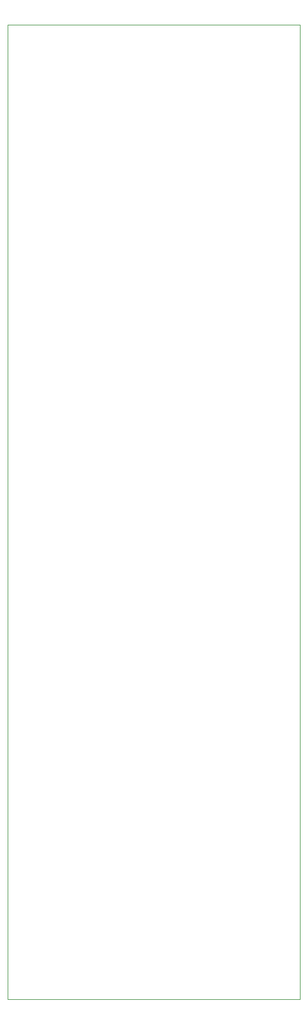
<source format=gm1>
%TF.GenerationSoftware,KiCad,Pcbnew,9.0.4-9.0.4-0~ubuntu24.04.1*%
%TF.CreationDate,2025-09-24T17:39:37+03:00*%
%TF.ProjectId,Patient remote control,50617469-656e-4742-9072-656d6f746520,rev?*%
%TF.SameCoordinates,Original*%
%TF.FileFunction,Profile,NP*%
%FSLAX46Y46*%
G04 Gerber Fmt 4.6, Leading zero omitted, Abs format (unit mm)*
G04 Created by KiCad (PCBNEW 9.0.4-9.0.4-0~ubuntu24.04.1) date 2025-09-24 17:39:37*
%MOMM*%
%LPD*%
G01*
G04 APERTURE LIST*
%TA.AperFunction,Profile*%
%ADD10C,0.050000*%
%TD*%
G04 APERTURE END LIST*
D10*
X97500000Y-28000000D02*
X139500000Y-28000000D01*
X139500000Y-168000000D01*
X97500000Y-168000000D01*
X97500000Y-28000000D01*
M02*

</source>
